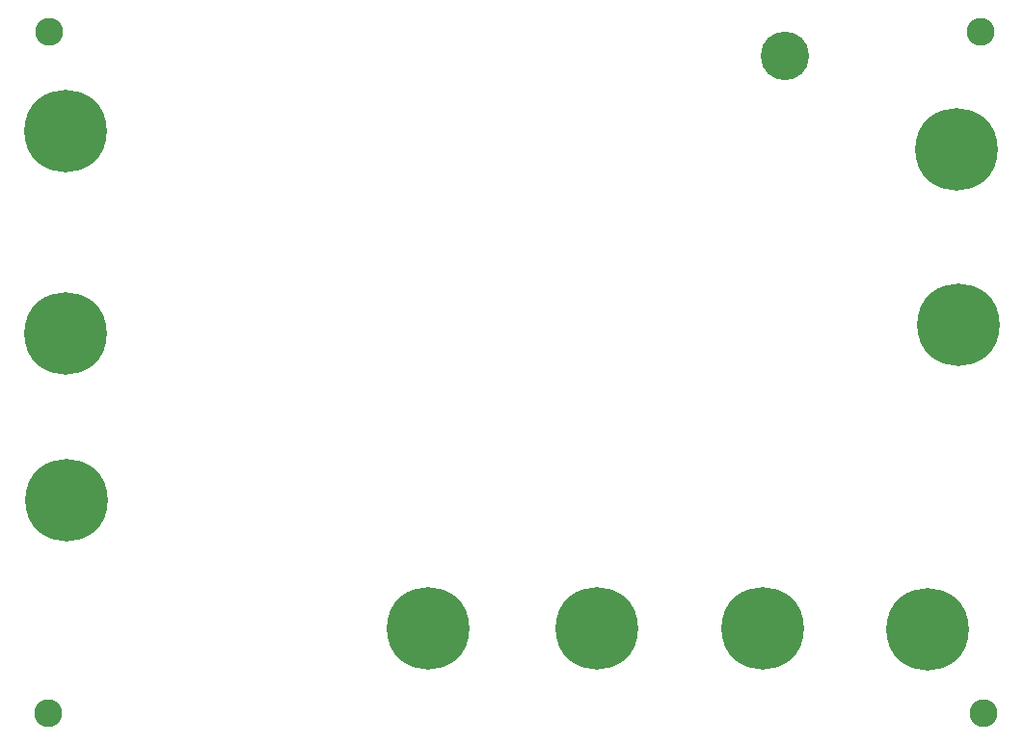
<source format=gts>
G04 MADE WITH FRITZING*
G04 WWW.FRITZING.ORG*
G04 DOUBLE SIDED*
G04 HOLES PLATED*
G04 CONTOUR ON CENTER OF CONTOUR VECTOR*
%ASAXBY*%
%FSLAX23Y23*%
%MOIN*%
%OFA0B0*%
%SFA1.0B1.0*%
%ADD10C,0.096614*%
%ADD11C,0.285590*%
%ADD12C,0.167480*%
%LNMASK1*%
G90*
G70*
G54D10*
X3355Y406D03*
X3346Y2763D03*
X124Y2763D03*
X123Y406D03*
G54D11*
X3263Y2356D03*
X3267Y1748D03*
X3160Y697D03*
X2592Y699D03*
X2017Y698D03*
X1436Y699D03*
X184Y1144D03*
X182Y1721D03*
X182Y2418D03*
G54D12*
X2667Y2679D03*
G04 End of Mask1*
M02*
</source>
